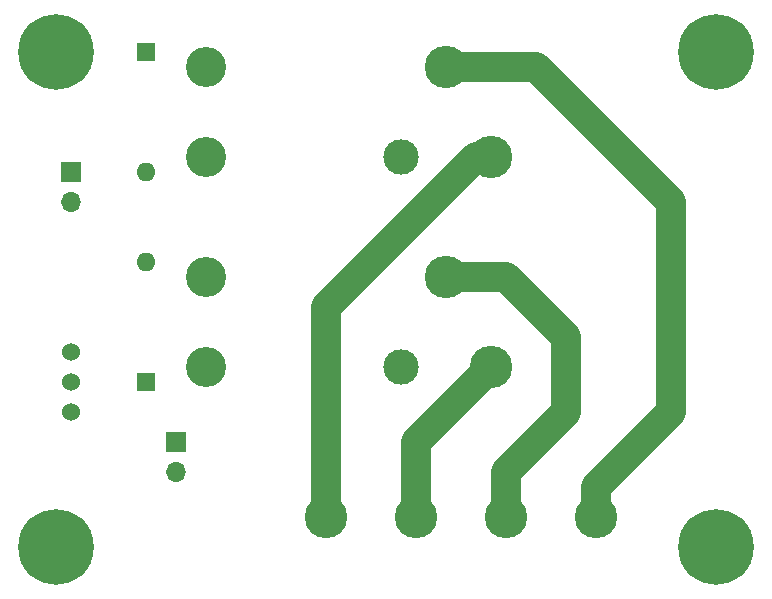
<source format=gbl>
G04 #@! TF.FileFunction,Copper,L2,Bot,Signal*
%FSLAX46Y46*%
G04 Gerber Fmt 4.6, Leading zero omitted, Abs format (unit mm)*
G04 Created by KiCad (PCBNEW 4.0.4+e1-6308~48~ubuntu15.10.1-stable) date Wed Feb  8 22:32:19 2017*
%MOMM*%
%LPD*%
G01*
G04 APERTURE LIST*
%ADD10C,0.100000*%
%ADD11R,1.700000X1.700000*%
%ADD12O,1.700000X1.700000*%
%ADD13C,1.524000*%
%ADD14R,1.600000X1.600000*%
%ADD15O,1.600000X1.600000*%
%ADD16C,3.000000*%
%ADD17C,3.400000*%
%ADD18C,3.600000*%
%ADD19C,6.400000*%
%ADD20C,2.540000*%
G04 APERTURE END LIST*
D10*
D11*
X116840000Y-85090000D03*
D12*
X116840000Y-87630000D03*
D13*
X116840000Y-102870000D03*
X116840000Y-105410000D03*
X116840000Y-100330000D03*
D11*
X125730000Y-107950000D03*
D12*
X125730000Y-110490000D03*
D14*
X123190000Y-102870000D03*
D15*
X123190000Y-92710000D03*
D14*
X123190000Y-74930000D03*
D15*
X123190000Y-85090000D03*
D16*
X144780000Y-83820000D03*
D17*
X128270000Y-76200000D03*
X128270000Y-83820000D03*
D18*
X148590000Y-76200000D03*
X152400000Y-83820000D03*
D16*
X144780000Y-101600000D03*
D17*
X128270000Y-93980000D03*
X128270000Y-101600000D03*
D18*
X148590000Y-93980000D03*
X152400000Y-101600000D03*
X153670000Y-114300000D03*
X161290000Y-114300000D03*
X138430000Y-114300000D03*
X146050000Y-114300000D03*
D19*
X171450000Y-74930000D03*
X115570000Y-74930000D03*
X115570000Y-116840000D03*
X171450000Y-116840000D03*
D20*
X161290000Y-114300000D02*
X161290000Y-111760000D01*
X156210000Y-76200000D02*
X148590000Y-76200000D01*
X167640000Y-87630000D02*
X156210000Y-76200000D01*
X167640000Y-105410000D02*
X167640000Y-87630000D01*
X161290000Y-111760000D02*
X167640000Y-105410000D01*
X138430000Y-114300000D02*
X138430000Y-96520000D01*
X138430000Y-96520000D02*
X151130000Y-83820000D01*
X151130000Y-83820000D02*
X152400000Y-83820000D01*
X148590000Y-93980000D02*
X153670000Y-93980000D01*
X153670000Y-110490000D02*
X158750000Y-105410000D01*
X158750000Y-105410000D02*
X158750000Y-99060000D01*
X158750000Y-99060000D02*
X153670000Y-93980000D01*
X153670000Y-110490000D02*
X153670000Y-114300000D01*
X146050000Y-114300000D02*
X146050000Y-107950000D01*
X146050000Y-107950000D02*
X152400000Y-101600000D01*
M02*

</source>
